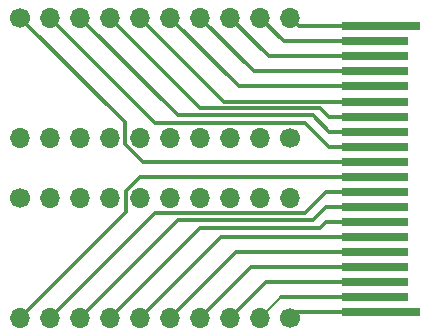
<source format=gtl>
G04 #@! TF.GenerationSoftware,KiCad,Pcbnew,5.1.10-88a1d61d58~88~ubuntu20.10.1*
G04 #@! TF.CreationDate,2021-05-13T20:14:57+02:00*
G04 #@! TF.ProjectId,Breakout-Cartridge,42726561-6b6f-4757-942d-436172747269,1.0*
G04 #@! TF.SameCoordinates,Original*
G04 #@! TF.FileFunction,Copper,L1,Top*
G04 #@! TF.FilePolarity,Positive*
%FSLAX46Y46*%
G04 Gerber Fmt 4.6, Leading zero omitted, Abs format (unit mm)*
G04 Created by KiCad (PCBNEW 5.1.10-88a1d61d58~88~ubuntu20.10.1) date 2021-05-13 20:14:57*
%MOMM*%
%LPD*%
G01*
G04 APERTURE LIST*
G04 #@! TA.AperFunction,ComponentPad*
%ADD10O,1.700000X1.700000*%
G04 #@! TD*
G04 #@! TA.AperFunction,ComponentPad*
%ADD11C,1.700000*%
G04 #@! TD*
G04 #@! TA.AperFunction,SMDPad,CuDef*
%ADD12R,5.600000X0.800000*%
G04 #@! TD*
G04 #@! TA.AperFunction,SMDPad,CuDef*
%ADD13R,6.600000X0.800000*%
G04 #@! TD*
G04 #@! TA.AperFunction,Conductor*
%ADD14C,0.350000*%
G04 #@! TD*
G04 #@! TA.AperFunction,Conductor*
%ADD15C,0.150000*%
G04 #@! TD*
G04 APERTURE END LIST*
D10*
X113040000Y-54380000D03*
X110500000Y-54380000D03*
X107960000Y-54380000D03*
X105420000Y-54380000D03*
X102880000Y-54380000D03*
X100340000Y-54380000D03*
X97800000Y-54380000D03*
X95260000Y-54380000D03*
X92720000Y-54380000D03*
D11*
X90180000Y-54380000D03*
D10*
X90180000Y-79780000D03*
X92720000Y-79780000D03*
X95260000Y-79780000D03*
X97800000Y-79780000D03*
X100340000Y-79780000D03*
X102880000Y-79780000D03*
X105420000Y-79780000D03*
X107960000Y-79780000D03*
X110500000Y-79780000D03*
D11*
X113040000Y-79780000D03*
D12*
X120244000Y-62728000D03*
X120244000Y-64008000D03*
X120244000Y-65278000D03*
X120244000Y-66548000D03*
X120244000Y-67828000D03*
X120244000Y-69098000D03*
X120244000Y-70368000D03*
X120244000Y-71648000D03*
X120244000Y-72918000D03*
X120244000Y-61458000D03*
X120244000Y-76738000D03*
X120244000Y-78008000D03*
X120244000Y-60178000D03*
X120244000Y-58908000D03*
X120244000Y-57638000D03*
X120244000Y-74198000D03*
D13*
X120744000Y-79288000D03*
X120744000Y-55088000D03*
D12*
X120244000Y-75468000D03*
X120244000Y-56358000D03*
D11*
X90180000Y-69620000D03*
D10*
X92720000Y-69620000D03*
X95260000Y-69620000D03*
X97800000Y-69620000D03*
X100340000Y-69620000D03*
X102880000Y-69620000D03*
X105420000Y-69620000D03*
X107960000Y-69620000D03*
X110500000Y-69620000D03*
X113040000Y-69620000D03*
X90180000Y-64540000D03*
X92720000Y-64540000D03*
X95260000Y-64540000D03*
X97800000Y-64540000D03*
X100340000Y-64540000D03*
X102880000Y-64540000D03*
X105420000Y-64540000D03*
X107960000Y-64540000D03*
X110500000Y-64540000D03*
D11*
X113040000Y-64540000D03*
D14*
X113532000Y-79288000D02*
X113040000Y-79780000D01*
X120744000Y-79288000D02*
X113532000Y-79288000D01*
X112272000Y-78008000D02*
X120244000Y-78008000D01*
D15*
X110500000Y-79780000D02*
X112272000Y-78008000D01*
D14*
X111002000Y-76738000D02*
X120244000Y-76738000D01*
X107960000Y-79780000D02*
X111002000Y-76738000D01*
X109732000Y-75468000D02*
X120244000Y-75468000D01*
X105420000Y-79780000D02*
X109732000Y-75468000D01*
X108462000Y-74198000D02*
X120244000Y-74198000D01*
X102880000Y-79780000D02*
X108462000Y-74198000D01*
X107202000Y-72918000D02*
X120244000Y-72918000D01*
X100340000Y-79780000D02*
X107202000Y-72918000D01*
X115580000Y-72160000D02*
X116092000Y-71648000D01*
X105420000Y-72160000D02*
X115580000Y-72160000D01*
X116092000Y-71648000D02*
X120244000Y-71648000D01*
X97800000Y-79780000D02*
X105420000Y-72160000D01*
X116102000Y-70368000D02*
X120244000Y-70368000D01*
X114945000Y-71525000D02*
X116102000Y-70368000D01*
X103515000Y-71525000D02*
X114945000Y-71525000D01*
X95260000Y-79780000D02*
X103515000Y-71525000D01*
X116102000Y-69098000D02*
X120244000Y-69098000D01*
X114310000Y-70890000D02*
X116102000Y-69098000D01*
X101610000Y-70890000D02*
X114310000Y-70890000D01*
X92720000Y-79780000D02*
X101610000Y-70890000D01*
X100318998Y-67828000D02*
X102132000Y-67828000D01*
X99114999Y-69031999D02*
X100318998Y-67828000D01*
X99114999Y-70845001D02*
X99114999Y-69031999D01*
X90180000Y-79780000D02*
X99114999Y-70845001D01*
X120244000Y-67828000D02*
X102132000Y-67828000D01*
X113748000Y-55088000D02*
X113040000Y-54380000D01*
X120744000Y-55088000D02*
X113748000Y-55088000D01*
X112478000Y-56358000D02*
X120244000Y-56358000D01*
X110500000Y-54380000D02*
X112478000Y-56358000D01*
X111218000Y-57638000D02*
X120244000Y-57638000D01*
X107960000Y-54380000D02*
X111218000Y-57638000D01*
X109948000Y-58908000D02*
X120244000Y-58908000D01*
X105420000Y-54380000D02*
X109948000Y-58908000D01*
X108678000Y-60178000D02*
X120244000Y-60178000D01*
X102880000Y-54380000D02*
X108678000Y-60178000D01*
X107418000Y-61458000D02*
X120244000Y-61458000D01*
X100340000Y-54380000D02*
X107418000Y-61458000D01*
X116308000Y-62728000D02*
X120244000Y-62728000D01*
X115588011Y-62008011D02*
X116308000Y-62728000D01*
X105428011Y-62008011D02*
X115588011Y-62008011D01*
X97800000Y-54380000D02*
X105428011Y-62008011D01*
X116318000Y-64008000D02*
X120244000Y-64008000D01*
X114945000Y-62635000D02*
X116318000Y-64008000D01*
X103515000Y-62635000D02*
X114945000Y-62635000D01*
X95260000Y-54380000D02*
X103515000Y-62635000D01*
X116318000Y-65278000D02*
X120244000Y-65278000D01*
X114310000Y-63270000D02*
X116318000Y-65278000D01*
X101610000Y-63270000D02*
X114310000Y-63270000D01*
X92720000Y-54380000D02*
X101610000Y-63270000D01*
X100534998Y-66548000D02*
X103412000Y-66548000D01*
X99025001Y-65038003D02*
X100534998Y-66548000D01*
X99025001Y-63225001D02*
X99025001Y-65038003D01*
X90180000Y-54380000D02*
X99025001Y-63225001D01*
X120244000Y-66548000D02*
X103412000Y-66548000D01*
M02*

</source>
